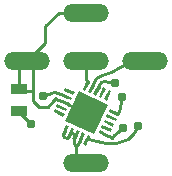
<source format=gbl>
G04 (created by PCBNEW (2013-jul-07)-stable) date Fri 20 Feb 2015 12:40:47 AM EST*
%MOIN*%
G04 Gerber Fmt 3.4, Leading zero omitted, Abs format*
%FSLAX34Y34*%
G01*
G70*
G90*
G04 APERTURE LIST*
%ADD10C,0.00590551*%
%ADD11R,0.055X0.035*%
%ADD12O,0.153543X0.0590551*%
%ADD13C,0.031*%
%ADD14C,0.0095*%
G04 APERTURE END LIST*
G54D10*
G54D11*
X37130Y-20465D03*
X37130Y-19715D03*
G54D10*
G36*
X39643Y-21231D02*
X38662Y-20773D01*
X39119Y-19792D01*
X40100Y-20249D01*
X39643Y-21231D01*
X39643Y-21231D01*
G37*
G36*
X39358Y-21608D02*
X39269Y-21567D01*
X39419Y-21246D01*
X39508Y-21287D01*
X39358Y-21608D01*
X39358Y-21608D01*
G37*
G36*
X39180Y-21525D02*
X39091Y-21484D01*
X39240Y-21162D01*
X39330Y-21204D01*
X39180Y-21525D01*
X39180Y-21525D01*
G37*
G36*
X39001Y-21442D02*
X38912Y-21400D01*
X39062Y-21079D01*
X39151Y-21121D01*
X39001Y-21442D01*
X39001Y-21442D01*
G37*
G36*
X38823Y-21359D02*
X38734Y-21317D01*
X38884Y-20996D01*
X38973Y-21038D01*
X38823Y-21359D01*
X38823Y-21359D01*
G37*
G36*
X38645Y-21276D02*
X38555Y-21234D01*
X38705Y-20913D01*
X38794Y-20954D01*
X38645Y-21276D01*
X38645Y-21276D01*
G37*
G36*
X38284Y-20488D02*
X38326Y-20399D01*
X38647Y-20549D01*
X38605Y-20638D01*
X38284Y-20488D01*
X38284Y-20488D01*
G37*
G36*
X38367Y-20310D02*
X38409Y-20221D01*
X38730Y-20371D01*
X38688Y-20460D01*
X38367Y-20310D01*
X38367Y-20310D01*
G37*
G36*
X38450Y-20132D02*
X38492Y-20042D01*
X38813Y-20192D01*
X38772Y-20281D01*
X38450Y-20132D01*
X38450Y-20132D01*
G37*
G36*
X38534Y-19953D02*
X38575Y-19864D01*
X38896Y-20014D01*
X38855Y-20103D01*
X38534Y-19953D01*
X38534Y-19953D01*
G37*
G36*
X38617Y-19775D02*
X38658Y-19686D01*
X38980Y-19835D01*
X38938Y-19925D01*
X38617Y-19775D01*
X38617Y-19775D01*
G37*
G36*
X39404Y-19414D02*
X39493Y-19456D01*
X39343Y-19777D01*
X39254Y-19735D01*
X39404Y-19414D01*
X39404Y-19414D01*
G37*
G36*
X39582Y-19497D02*
X39672Y-19539D01*
X39522Y-19860D01*
X39433Y-19819D01*
X39582Y-19497D01*
X39582Y-19497D01*
G37*
G36*
X39761Y-19581D02*
X39850Y-19622D01*
X39700Y-19943D01*
X39611Y-19902D01*
X39761Y-19581D01*
X39761Y-19581D01*
G37*
G36*
X39939Y-19664D02*
X40028Y-19705D01*
X39879Y-20027D01*
X39789Y-19985D01*
X39939Y-19664D01*
X39939Y-19664D01*
G37*
G36*
X40118Y-19747D02*
X40207Y-19789D01*
X40057Y-20110D01*
X39968Y-20068D01*
X40118Y-19747D01*
X40118Y-19747D01*
G37*
G36*
X40478Y-20534D02*
X40437Y-20623D01*
X40115Y-20474D01*
X40157Y-20384D01*
X40478Y-20534D01*
X40478Y-20534D01*
G37*
G36*
X40395Y-20713D02*
X40353Y-20802D01*
X40032Y-20652D01*
X40074Y-20563D01*
X40395Y-20713D01*
X40395Y-20713D01*
G37*
G36*
X40312Y-20891D02*
X40270Y-20980D01*
X39949Y-20830D01*
X39991Y-20741D01*
X40312Y-20891D01*
X40312Y-20891D01*
G37*
G36*
X40229Y-21069D02*
X40187Y-21159D01*
X39866Y-21009D01*
X39907Y-20920D01*
X40229Y-21069D01*
X40229Y-21069D01*
G37*
G36*
X40145Y-21248D02*
X40104Y-21337D01*
X39783Y-21187D01*
X39824Y-21098D01*
X40145Y-21248D01*
X40145Y-21248D01*
G37*
G54D12*
X37401Y-18799D03*
X39370Y-18799D03*
X41338Y-18799D03*
X39370Y-17185D03*
X39370Y-22185D03*
G54D13*
X37536Y-20880D03*
X37945Y-19964D03*
X40599Y-21034D03*
X40552Y-19978D03*
X40332Y-19527D03*
X41092Y-20951D03*
G54D14*
X37130Y-20465D02*
X37130Y-20474D01*
X37130Y-20474D02*
X37536Y-20880D01*
X38306Y-19826D02*
X37945Y-19964D01*
X38428Y-19842D02*
X38306Y-19826D01*
X38444Y-19853D02*
X38428Y-19842D01*
X38598Y-19927D02*
X38444Y-19853D01*
X38715Y-19983D02*
X38598Y-19927D01*
X37605Y-19796D02*
X37211Y-19796D01*
X37211Y-19796D02*
X37130Y-19715D01*
X37130Y-19715D02*
X37130Y-19070D01*
X37130Y-19070D02*
X37401Y-18799D01*
X38010Y-17913D02*
X38010Y-17625D01*
X38450Y-17185D02*
X39370Y-17185D01*
X38010Y-17625D02*
X38450Y-17185D01*
X38010Y-17913D02*
X38010Y-18189D01*
X38010Y-18189D02*
X37401Y-18799D01*
X38933Y-20303D02*
X39381Y-20511D01*
X38890Y-20283D02*
X38933Y-20303D01*
X38792Y-20238D02*
X38890Y-20283D01*
X38749Y-20218D02*
X38792Y-20238D01*
X38632Y-20162D02*
X38749Y-20218D01*
X38514Y-20109D02*
X38632Y-20162D01*
X38354Y-20038D02*
X38514Y-20109D01*
X38349Y-20033D02*
X38354Y-20038D01*
X38348Y-20032D02*
X38349Y-20033D01*
X38260Y-20130D02*
X38348Y-20032D01*
X38278Y-20132D02*
X38260Y-20130D01*
X38086Y-20304D02*
X38278Y-20132D01*
X37804Y-20304D02*
X38086Y-20304D01*
X37605Y-20105D02*
X37804Y-20304D01*
X37605Y-18799D02*
X37605Y-19796D01*
X37605Y-19796D02*
X37605Y-20105D01*
X37401Y-18799D02*
X37605Y-18799D01*
X40307Y-21259D02*
X40599Y-21034D01*
X40234Y-21340D02*
X40307Y-21259D01*
X40130Y-21297D02*
X40234Y-21340D01*
X40124Y-21294D02*
X40130Y-21297D01*
X40081Y-21274D02*
X40124Y-21294D01*
X39964Y-21217D02*
X40081Y-21274D01*
X40460Y-20490D02*
X40552Y-19978D01*
X40434Y-20514D02*
X40460Y-20490D01*
X40414Y-20557D02*
X40434Y-20514D01*
X40297Y-20504D02*
X40414Y-20557D01*
X39954Y-19444D02*
X40332Y-19527D01*
X39862Y-19492D02*
X39954Y-19444D01*
X39805Y-19601D02*
X39862Y-19492D01*
X39785Y-19644D02*
X39805Y-19601D01*
X39730Y-19762D02*
X39785Y-19644D01*
X39605Y-19561D02*
X39552Y-19679D01*
X39700Y-19362D02*
X39605Y-19561D01*
X39894Y-19258D02*
X39700Y-19362D01*
X40096Y-19194D02*
X39894Y-19258D01*
X40181Y-19161D02*
X40096Y-19194D01*
X40866Y-18799D02*
X40181Y-19161D01*
X41338Y-18799D02*
X40866Y-18799D01*
X39427Y-19478D02*
X39374Y-19596D01*
X39384Y-19458D02*
X39427Y-19478D01*
X39359Y-19433D02*
X39384Y-19458D01*
X39359Y-18799D02*
X39359Y-19433D01*
X39370Y-18799D02*
X39359Y-18799D01*
X40964Y-21185D02*
X41092Y-20951D01*
X40750Y-21399D02*
X40964Y-21185D01*
X40350Y-21534D02*
X40750Y-21399D01*
X40032Y-21534D02*
X40350Y-21534D01*
X39564Y-21421D02*
X40032Y-21534D01*
X39467Y-21375D02*
X39564Y-21421D01*
X39424Y-21355D02*
X39467Y-21375D01*
X39388Y-21427D02*
X39424Y-21355D01*
X39030Y-21260D02*
X39032Y-21261D01*
X38987Y-21240D02*
X39030Y-21260D01*
X38898Y-21198D02*
X38987Y-21240D01*
X38855Y-21178D02*
X38898Y-21198D01*
X38853Y-21177D02*
X38855Y-21178D01*
X38976Y-21378D02*
X39032Y-21261D01*
X38956Y-21421D02*
X38976Y-21378D01*
X38953Y-21427D02*
X38956Y-21421D01*
X38953Y-21540D02*
X38953Y-21427D01*
X38974Y-21570D02*
X38953Y-21540D01*
X39035Y-21630D02*
X38974Y-21570D01*
X39035Y-22185D02*
X39370Y-22185D01*
X39035Y-21630D02*
X39035Y-22185D01*
X39134Y-21504D02*
X39035Y-21630D01*
X39154Y-21461D02*
X39134Y-21504D01*
X39210Y-21344D02*
X39154Y-21461D01*
X38622Y-21212D02*
X38675Y-21094D01*
X38602Y-21255D02*
X38622Y-21212D01*
X38600Y-21257D02*
X38602Y-21255D01*
X38600Y-21294D02*
X38600Y-21257D01*
X38626Y-21320D02*
X38600Y-21294D01*
X38715Y-21362D02*
X38626Y-21320D01*
X38752Y-21362D02*
X38715Y-21362D01*
X38778Y-21338D02*
X38752Y-21362D01*
X38798Y-21294D02*
X38778Y-21338D01*
X38853Y-21177D02*
X38798Y-21294D01*
M02*

</source>
